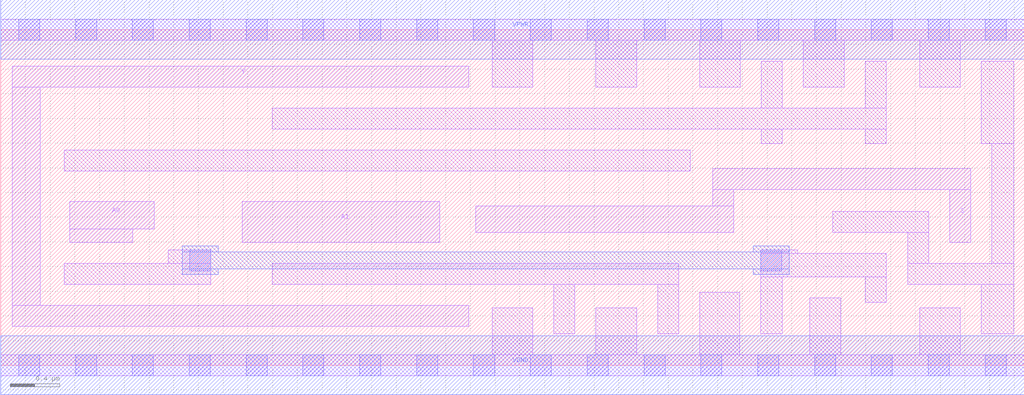
<source format=lef>
# Copyright 2020 The SkyWater PDK Authors
#
# Licensed under the Apache License, Version 2.0 (the "License");
# you may not use this file except in compliance with the License.
# You may obtain a copy of the License at
#
#     https://www.apache.org/licenses/LICENSE-2.0
#
# Unless required by applicable law or agreed to in writing, software
# distributed under the License is distributed on an "AS IS" BASIS,
# WITHOUT WARRANTIES OR CONDITIONS OF ANY KIND, either express or implied.
# See the License for the specific language governing permissions and
# limitations under the License.
#
# SPDX-License-Identifier: Apache-2.0

VERSION 5.7 ;
  NAMESCASESENSITIVE ON ;
  NOWIREEXTENSIONATPIN ON ;
  DIVIDERCHAR "/" ;
  BUSBITCHARS "[]" ;
UNITS
  DATABASE MICRONS 200 ;
END UNITS
MACRO sky130_fd_sc_hd__mux2i_4
  CLASS CORE ;
  SOURCE USER ;
  FOREIGN sky130_fd_sc_hd__mux2i_4 ;
  ORIGIN  0.000000  0.000000 ;
  SIZE  8.280000 BY  2.720000 ;
  SYMMETRY X Y R90 ;
  SITE unithd ;
  PIN A0
    ANTENNAGATEAREA  0.990000 ;
    DIRECTION INPUT ;
    USE SIGNAL ;
    PORT
      LAYER li1 ;
        RECT 0.560000 0.995000 1.070000 1.105000 ;
        RECT 0.560000 1.105000 1.240000 1.325000 ;
    END
  END A0
  PIN A1
    ANTENNAGATEAREA  0.990000 ;
    DIRECTION INPUT ;
    USE SIGNAL ;
    PORT
      LAYER li1 ;
        RECT 1.955000 0.995000 3.550000 1.325000 ;
    END
  END A1
  PIN S
    ANTENNAGATEAREA  1.237500 ;
    DIRECTION INPUT ;
    USE SIGNAL ;
    PORT
      LAYER li1 ;
        RECT 3.845000 1.075000 5.930000 1.290000 ;
        RECT 5.760000 1.290000 5.930000 1.425000 ;
        RECT 5.760000 1.425000 7.850000 1.595000 ;
        RECT 7.680000 0.995000 7.850000 1.425000 ;
    END
  END S
  PIN Y
    ANTENNADIFFAREA  2.194500 ;
    DIRECTION OUTPUT ;
    USE SIGNAL ;
    PORT
      LAYER li1 ;
        RECT 0.095000 0.315000 3.785000 0.485000 ;
        RECT 0.095000 0.485000 0.320000 2.255000 ;
        RECT 0.095000 2.255000 3.785000 2.425000 ;
    END
  END Y
  PIN VGND
    DIRECTION INOUT ;
    SHAPE ABUTMENT ;
    USE GROUND ;
    PORT
      LAYER met1 ;
        RECT 0.000000 -0.240000 8.280000 0.240000 ;
    END
  END VGND
  PIN VPWR
    DIRECTION INOUT ;
    SHAPE ABUTMENT ;
    USE POWER ;
    PORT
      LAYER met1 ;
        RECT 0.000000 2.480000 8.280000 2.960000 ;
    END
  END VPWR
  OBS
    LAYER li1 ;
      RECT 0.000000 -0.085000 8.280000 0.085000 ;
      RECT 0.000000  2.635000 8.280000 2.805000 ;
      RECT 0.515000  0.655000 1.700000 0.825000 ;
      RECT 0.515000  1.575000 5.580000 1.745000 ;
      RECT 1.355000  0.825000 1.700000 0.935000 ;
      RECT 2.195000  0.655000 5.485000 0.825000 ;
      RECT 2.195000  1.915000 7.165000 2.085000 ;
      RECT 3.975000  0.085000 4.305000 0.465000 ;
      RECT 3.975000  2.255000 4.305000 2.635000 ;
      RECT 4.475000  0.255000 4.645000 0.655000 ;
      RECT 4.815000  0.085000 5.145000 0.465000 ;
      RECT 4.815000  2.255000 5.145000 2.635000 ;
      RECT 5.315000  0.255000 5.485000 0.655000 ;
      RECT 5.655000  0.085000 5.980000 0.590000 ;
      RECT 5.655000  2.255000 5.985000 2.635000 ;
      RECT 6.150000  0.255000 6.325000 0.715000 ;
      RECT 6.150000  0.715000 7.165000 0.905000 ;
      RECT 6.150000  0.905000 6.450000 0.935000 ;
      RECT 6.155000  1.795000 6.325000 1.915000 ;
      RECT 6.155000  2.085000 6.325000 2.465000 ;
      RECT 6.495000  2.255000 6.825000 2.635000 ;
      RECT 6.545000  0.085000 6.795000 0.545000 ;
      RECT 6.730000  1.075000 7.510000 1.245000 ;
      RECT 6.995000  0.510000 7.165000 0.715000 ;
      RECT 6.995000  1.795000 7.165000 1.915000 ;
      RECT 6.995000  2.085000 7.165000 2.465000 ;
      RECT 7.340000  0.655000 8.195000 0.825000 ;
      RECT 7.340000  0.825000 7.510000 1.075000 ;
      RECT 7.435000  0.085000 7.765000 0.465000 ;
      RECT 7.435000  2.255000 7.765000 2.635000 ;
      RECT 7.935000  0.255000 8.195000 0.655000 ;
      RECT 7.935000  1.795000 8.195000 2.465000 ;
      RECT 8.020000  0.825000 8.195000 1.795000 ;
    LAYER mcon ;
      RECT 0.145000 -0.085000 0.315000 0.085000 ;
      RECT 0.145000  2.635000 0.315000 2.805000 ;
      RECT 0.605000 -0.085000 0.775000 0.085000 ;
      RECT 0.605000  2.635000 0.775000 2.805000 ;
      RECT 1.065000 -0.085000 1.235000 0.085000 ;
      RECT 1.065000  2.635000 1.235000 2.805000 ;
      RECT 1.525000 -0.085000 1.695000 0.085000 ;
      RECT 1.525000  2.635000 1.695000 2.805000 ;
      RECT 1.530000  0.765000 1.700000 0.935000 ;
      RECT 1.985000 -0.085000 2.155000 0.085000 ;
      RECT 1.985000  2.635000 2.155000 2.805000 ;
      RECT 2.445000 -0.085000 2.615000 0.085000 ;
      RECT 2.445000  2.635000 2.615000 2.805000 ;
      RECT 2.905000 -0.085000 3.075000 0.085000 ;
      RECT 2.905000  2.635000 3.075000 2.805000 ;
      RECT 3.365000 -0.085000 3.535000 0.085000 ;
      RECT 3.365000  2.635000 3.535000 2.805000 ;
      RECT 3.825000 -0.085000 3.995000 0.085000 ;
      RECT 3.825000  2.635000 3.995000 2.805000 ;
      RECT 4.285000 -0.085000 4.455000 0.085000 ;
      RECT 4.285000  2.635000 4.455000 2.805000 ;
      RECT 4.745000 -0.085000 4.915000 0.085000 ;
      RECT 4.745000  2.635000 4.915000 2.805000 ;
      RECT 5.205000 -0.085000 5.375000 0.085000 ;
      RECT 5.205000  2.635000 5.375000 2.805000 ;
      RECT 5.665000 -0.085000 5.835000 0.085000 ;
      RECT 5.665000  2.635000 5.835000 2.805000 ;
      RECT 6.125000 -0.085000 6.295000 0.085000 ;
      RECT 6.125000  2.635000 6.295000 2.805000 ;
      RECT 6.150000  0.765000 6.320000 0.935000 ;
      RECT 6.585000 -0.085000 6.755000 0.085000 ;
      RECT 6.585000  2.635000 6.755000 2.805000 ;
      RECT 7.045000 -0.085000 7.215000 0.085000 ;
      RECT 7.045000  2.635000 7.215000 2.805000 ;
      RECT 7.505000 -0.085000 7.675000 0.085000 ;
      RECT 7.505000  2.635000 7.675000 2.805000 ;
      RECT 7.965000 -0.085000 8.135000 0.085000 ;
      RECT 7.965000  2.635000 8.135000 2.805000 ;
    LAYER met1 ;
      RECT 1.470000 0.735000 1.760000 0.780000 ;
      RECT 1.470000 0.780000 6.380000 0.920000 ;
      RECT 1.470000 0.920000 1.760000 0.965000 ;
      RECT 6.090000 0.735000 6.380000 0.780000 ;
      RECT 6.090000 0.920000 6.380000 0.965000 ;
  END
END sky130_fd_sc_hd__mux2i_4

</source>
